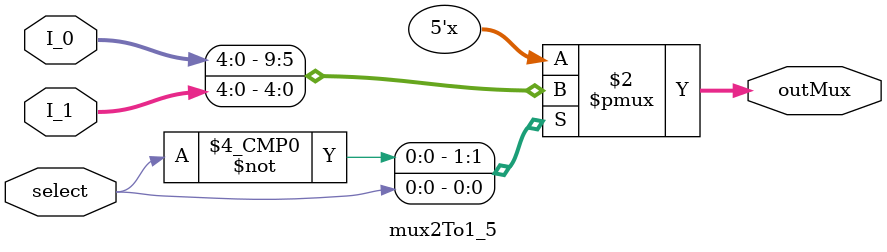
<source format=v>
/* Module of Mux 2 to 1 of 5 bits (MuxG)
   Programmed by: Lianne Sánchez Rodríguez
   Phase 3 
   Professor: Nestor Rodríguez 
*/
module mux2To1_5(output reg [4:0] outMux, input [4:0] I_0, input [4:0] I_1, input select);
	
	always @(I_0, I_1, select)
		begin
			case(select)
				1'b0:	outMux <= I_0; 
				1'b1:	outMux <= I_1;
			endcase // select
		end
endmodule

</source>
